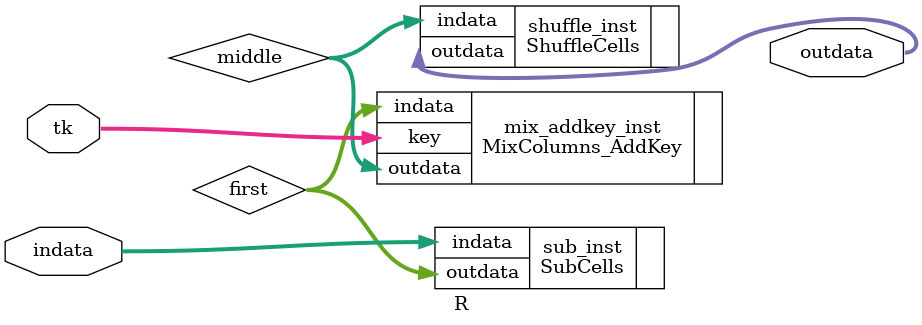
<source format=v>

module R
    (
        input wire [127:0] tk,
        input wire [127:0] indata,
        output wire [127:0] outdata
    );
        localparam blockLen = 128;
        wire [blockLen-1:0] first;

        SubCells sub_inst(.indata(indata), .outdata(first));
        wire [blockLen-1:0] middle;
        MixColumns_AddKey  mix_addkey_inst(.indata(first), .key(tk), .outdata(middle));
        ShuffleCells  shuffle_inst(.indata(middle), .outdata(outdata));
endmodule

</source>
